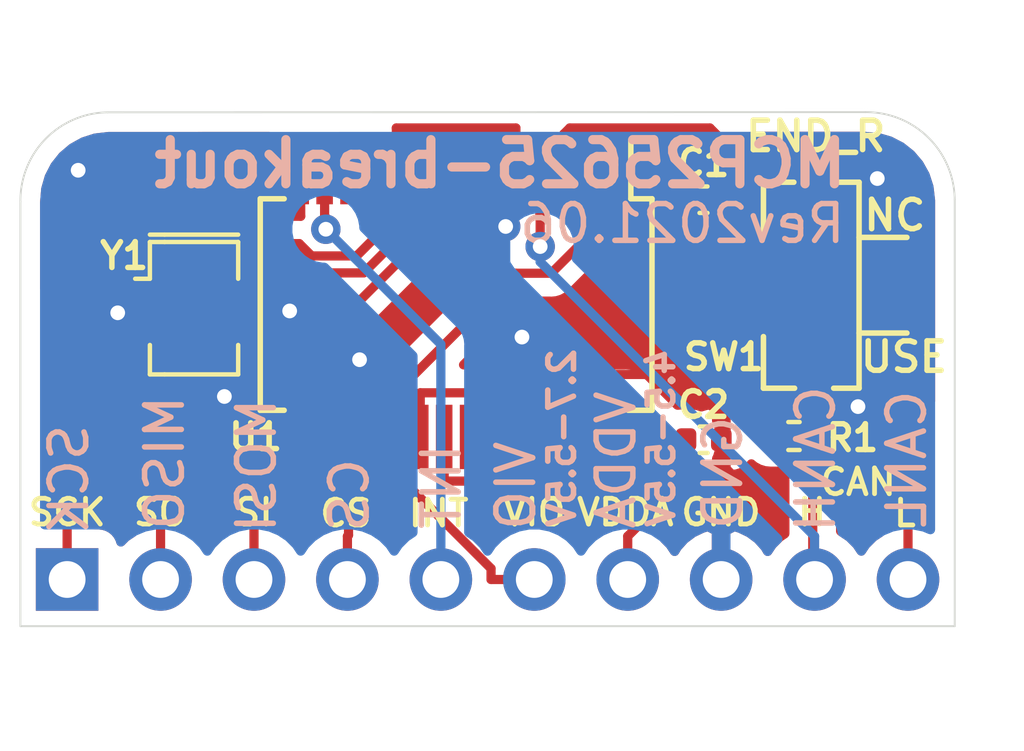
<source format=kicad_pcb>
(kicad_pcb (version 20171130) (host pcbnew 5.1.10-88a1d61d58~88~ubuntu20.04.1)

  (general
    (thickness 1.6)
    (drawings 34)
    (tracks 113)
    (zones 0)
    (modules 7)
    (nets 26)
  )

  (page A4)
  (layers
    (0 F.Cu signal)
    (31 B.Cu signal)
    (32 B.Adhes user)
    (33 F.Adhes user)
    (34 B.Paste user)
    (35 F.Paste user)
    (36 B.SilkS user)
    (37 F.SilkS user)
    (38 B.Mask user)
    (39 F.Mask user)
    (40 Dwgs.User user)
    (41 Cmts.User user)
    (42 Eco1.User user)
    (43 Eco2.User user)
    (44 Edge.Cuts user)
    (45 Margin user)
    (46 B.CrtYd user)
    (47 F.CrtYd user)
    (48 B.Fab user)
    (49 F.Fab user)
  )

  (setup
    (last_trace_width 0.25)
    (trace_clearance 0.2)
    (zone_clearance 0.508)
    (zone_45_only no)
    (trace_min 0.2)
    (via_size 0.8)
    (via_drill 0.4)
    (via_min_size 0.4)
    (via_min_drill 0.3)
    (uvia_size 0.3)
    (uvia_drill 0.1)
    (uvias_allowed no)
    (uvia_min_size 0.2)
    (uvia_min_drill 0.1)
    (edge_width 0.05)
    (segment_width 0.2)
    (pcb_text_width 0.3)
    (pcb_text_size 1.5 1.5)
    (mod_edge_width 0.12)
    (mod_text_size 1 1)
    (mod_text_width 0.15)
    (pad_size 1.524 1.524)
    (pad_drill 0.762)
    (pad_to_mask_clearance 0)
    (aux_axis_origin 0 0)
    (visible_elements FFFFFF7F)
    (pcbplotparams
      (layerselection 0x010fc_ffffffff)
      (usegerberextensions false)
      (usegerberattributes true)
      (usegerberadvancedattributes true)
      (creategerberjobfile true)
      (excludeedgelayer true)
      (linewidth 0.100000)
      (plotframeref false)
      (viasonmask false)
      (mode 1)
      (useauxorigin false)
      (hpglpennumber 1)
      (hpglpenspeed 20)
      (hpglpendiameter 15.000000)
      (psnegative false)
      (psa4output false)
      (plotreference true)
      (plotvalue true)
      (plotinvisibletext false)
      (padsonsilk false)
      (subtractmaskfromsilk false)
      (outputformat 1)
      (mirror false)
      (drillshape 1)
      (scaleselection 1)
      (outputdirectory ""))
  )

  (net 0 "")
  (net 1 GND)
  (net 2 /V_IO)
  (net 3 /V_DDA)
  (net 4 /CANL)
  (net 5 /CANH)
  (net 6 /INT)
  (net 7 /CS)
  (net 8 /SI)
  (net 9 /SO)
  (net 10 /SCK)
  (net 11 "Net-(U1-Pad21)")
  (net 12 "Net-(U1-Pad25)")
  (net 13 "Net-(U1-Pad20)")
  (net 14 "Net-(U1-Pad23)")
  (net 15 "Net-(U1-Pad22)")
  (net 16 "Net-(U1-Pad18)")
  (net 17 "Net-(U1-Pad12)")
  (net 18 "Net-(U1-Pad11)")
  (net 19 "Net-(U1-Pad9)")
  (net 20 "Net-(U1-Pad8)")
  (net 21 "Net-(U1-Pad7)")
  (net 22 "Net-(U1-Pad6)")
  (net 23 "Net-(U1-Pad2)")
  (net 24 "Net-(R1-Pad2)")
  (net 25 "Net-(SW1-Pad3)")

  (net_class Default "This is the default net class."
    (clearance 0.2)
    (trace_width 0.25)
    (via_dia 0.8)
    (via_drill 0.4)
    (uvia_dia 0.3)
    (uvia_drill 0.1)
    (add_net /CANH)
    (add_net /CANL)
    (add_net /CS)
    (add_net /INT)
    (add_net /SCK)
    (add_net /SI)
    (add_net /SO)
    (add_net /V_DDA)
    (add_net /V_IO)
    (add_net GND)
    (add_net "Net-(R1-Pad2)")
    (add_net "Net-(SW1-Pad3)")
    (add_net "Net-(U1-Pad11)")
    (add_net "Net-(U1-Pad12)")
    (add_net "Net-(U1-Pad18)")
    (add_net "Net-(U1-Pad2)")
    (add_net "Net-(U1-Pad20)")
    (add_net "Net-(U1-Pad21)")
    (add_net "Net-(U1-Pad22)")
    (add_net "Net-(U1-Pad23)")
    (add_net "Net-(U1-Pad25)")
    (add_net "Net-(U1-Pad6)")
    (add_net "Net-(U1-Pad7)")
    (add_net "Net-(U1-Pad8)")
    (add_net "Net-(U1-Pad9)")
  )

  (module my-kicad-footprints:slide_switch_smd (layer F.Cu) (tedit 60BCCE93) (tstamp 60BD2C03)
    (at 158.3 76 90)
    (descr https://akizukidenshi.com/download/ds/alps/ssaj120100.pdf)
    (path /60BD7C69)
    (fp_text reference SW1 (at -1.95 -2.45 180) (layer F.SilkS)
      (effects (font (size 0.7 0.7) (thickness 0.15)))
    )
    (fp_text value SW_Slide_with_cover (at 0.08128 -4.31292 90) (layer F.Fab)
      (effects (font (size 1 1) (thickness 0.15)))
    )
    (fp_line (start -1.3 1.23) (end -1.3 2.53) (layer F.SilkS) (width 0.15))
    (fp_line (start 1.3 1.23) (end 1.3 2.53) (layer F.SilkS) (width 0.15))
    (fp_line (start -2.8 -1.37) (end -1.397 -1.37) (layer F.SilkS) (width 0.15))
    (fp_line (start 2.8 -0.54356) (end 2.8 -1.37) (layer F.SilkS) (width 0.15))
    (fp_line (start -2.8 1.23) (end 2.8 1.23) (layer F.SilkS) (width 0.15))
    (fp_line (start -2.8 -1.37) (end -2.8 -0.52324) (layer F.SilkS) (width 0.15))
    (fp_line (start 2.8 -1.37) (end 1.40208 -1.37) (layer F.SilkS) (width 0.15))
    (fp_line (start -2.75 1.18) (end 2.75 1.18) (layer F.Fab) (width 0.12))
    (fp_line (start -2.75 -1.32) (end -2.75 1.18) (layer F.Fab) (width 0.12))
    (fp_line (start 2.75 -1.32) (end -2.75 -1.32) (layer F.Fab) (width 0.12))
    (fp_line (start 2.75 1.18) (end 2.75 -1.32) (layer F.Fab) (width 0.12))
    (fp_line (start -2.8 1.23) (end -2.8 0.53848) (layer F.SilkS) (width 0.15))
    (fp_line (start 2.8 1.23) (end 2.8 0.53848) (layer F.SilkS) (width 0.15))
    (pad 3 smd roundrect (at 1 -1.355 90) (size 0.6 0.51) (layers F.Cu F.Paste F.Mask) (roundrect_rratio 0.25)
      (net 25 "Net-(SW1-Pad3)"))
    (pad 2 smd roundrect (at 0 -1.355 90) (size 0.6 0.51) (layers F.Cu F.Paste F.Mask) (roundrect_rratio 0.25)
      (net 4 /CANL))
    (pad 1 smd roundrect (at -1 -1.355 90) (size 0.6 0.51) (layers F.Cu F.Paste F.Mask) (roundrect_rratio 0.25)
      (net 24 "Net-(R1-Pad2)"))
    (pad 4 smd roundrect (at 3 0 90) (size 0.7 0.9) (layers F.Cu F.Paste F.Mask) (roundrect_rratio 0.25)
      (net 1 GND))
    (pad 4 smd roundrect (at -3 0 90) (size 0.7 0.9) (layers F.Cu F.Paste F.Mask) (roundrect_rratio 0.25)
      (net 1 GND))
  )

  (module my-kicad-footprints:Resonator_SMD_Murata_CSTxExxV-3Pin_3.0x1.1mm_narrow (layer F.Cu) (tedit 60BCC2D2) (tstamp 60A41FD3)
    (at 141.45 76.625 270)
    (descr "SMD Resomator/Filter Murata CSTCE, https://www.murata.com/en-eu/products/productdata/8801162264606/SPEC-CSTNE16M0VH3C000R0.pdf")
    (tags "SMD SMT ceramic resonator filter")
    (path /6096B95F)
    (attr smd)
    (fp_text reference Y1 (at -1.425 1.9 180) (layer F.SilkS)
      (effects (font (size 0.7 0.7) (thickness 0.15)))
    )
    (fp_text value Resonator (at 0 1.8 90) (layer F.Fab)
      (effects (font (size 0.2 0.2) (thickness 0.03)))
    )
    (fp_text user %R (at 0.1 -0.05 90) (layer F.Fab)
      (effects (font (size 0.6 0.6) (thickness 0.08)))
    )
    (fp_line (start -1.75 1.2) (end -1.75 -1.2) (layer F.CrtYd) (width 0.05))
    (fp_line (start 1.75 -1.2) (end 1.75 1.2) (layer F.CrtYd) (width 0.05))
    (fp_line (start -1.75 -1.2) (end 1.75 -1.2) (layer F.CrtYd) (width 0.05))
    (fp_line (start 1.75 1.2) (end -1.75 1.2) (layer F.CrtYd) (width 0.05))
    (fp_line (start -1.5 0.3) (end -1.5 -0.8) (layer F.Fab) (width 0.1))
    (fp_line (start -1 0.8) (end 1.5 0.8) (layer F.Fab) (width 0.1))
    (fp_line (start -1 0.8) (end -1.5 0.3) (layer F.Fab) (width 0.1))
    (fp_line (start 1.5 -0.8) (end -1.5 -0.8) (layer F.Fab) (width 0.1))
    (fp_line (start 1.5 0.8) (end 1.5 -0.8) (layer F.Fab) (width 0.1))
    (fp_line (start -2 0.8) (end -2 1.2) (layer F.SilkS) (width 0.12))
    (fp_line (start -1.8 0.8) (end -1.8 1.2) (layer F.SilkS) (width 0.12))
    (fp_line (start 1.8 0.8) (end 1.8 1.2) (layer F.SilkS) (width 0.12))
    (fp_line (start -2 -1.2) (end -2 0.8) (layer F.SilkS) (width 0.12))
    (fp_line (start -0.8 1.2) (end -0.8 1.6) (layer F.SilkS) (width 0.12))
    (fp_line (start -0.8 1.2) (end -1.8 1.2) (layer F.SilkS) (width 0.12))
    (fp_line (start -1.8 0.8) (end -1.8 -1.2) (layer F.SilkS) (width 0.12))
    (fp_line (start -1.8 -1.2) (end -0.8 -1.2) (layer F.SilkS) (width 0.12))
    (fp_line (start 1 -1.2) (end 1.8 -1.2) (layer F.SilkS) (width 0.12))
    (fp_line (start 1.8 -1.2) (end 1.8 0.8) (layer F.SilkS) (width 0.12))
    (fp_line (start 1.8 1.2) (end 1 1.2) (layer F.SilkS) (width 0.12))
    (pad 3 smd rect (at 1.1 0 270) (size 0.5 1.9) (layers F.Cu F.Paste F.Mask)
      (net 20 "Net-(U1-Pad8)"))
    (pad 2 smd rect (at 0 0 270) (size 0.4 1.9) (layers F.Cu F.Paste F.Mask)
      (net 1 GND))
    (pad 1 smd rect (at -1.1 0 270) (size 0.5 1.9) (layers F.Cu F.Paste F.Mask)
      (net 19 "Net-(U1-Pad9)"))
    (model ${KISYS3DMOD}/Crystal.3dshapes/Resonator_SMD_Murata_CSTxExxV-3Pin_3.0x1.1mm.wrl
      (at (xyz 0 0 0))
      (scale (xyz 1 1 1))
      (rotate (xyz 0 0 0))
    )
  )

  (module my-kicad-footprints:PinHeader_1x10_P2.54mm_Vertical_witout_silk (layer F.Cu) (tedit 60A3CD4C) (tstamp 60A41F75)
    (at 138 84 90)
    (descr "Through hole straight pin header, 1x08, 2.54mm pitch, single row")
    (tags "Through hole pin header THT 1x08 2.54mm single row")
    (path /60A42D68)
    (fp_text reference J1 (at 0 -2.33 90) (layer F.SilkS) hide
      (effects (font (size 1 1) (thickness 0.15)))
    )
    (fp_text value Conn_01x10 (at 0 25.19 90) (layer F.Fab)
      (effects (font (size 1 1) (thickness 0.15)))
    )
    (fp_line (start 1.8 -1.8) (end -1.8 -1.8) (layer F.CrtYd) (width 0.05))
    (fp_line (start 1.8 24.63) (end 1.8 -1.8) (layer F.CrtYd) (width 0.05))
    (fp_line (start -1.8 24.63) (end 1.8 24.63) (layer F.CrtYd) (width 0.05))
    (fp_line (start -1.8 -1.8) (end -1.8 24.63) (layer F.CrtYd) (width 0.05))
    (fp_line (start -1.27 -0.635) (end -0.635 -1.27) (layer F.Fab) (width 0.1))
    (fp_line (start -1.27 24.13) (end -1.27 -0.635) (layer F.Fab) (width 0.1))
    (fp_line (start 1.27 24.13) (end -1.27 24.13) (layer F.Fab) (width 0.1))
    (fp_line (start 1.27 -1.27) (end 1.27 24.13) (layer F.Fab) (width 0.1))
    (fp_line (start -0.635 -1.27) (end 1.27 -1.27) (layer F.Fab) (width 0.1))
    (fp_text user %R (at 0 8.89) (layer F.Fab)
      (effects (font (size 1 1) (thickness 0.15)))
    )
    (pad 10 thru_hole oval (at 0 22.86 90) (size 1.7 1.7) (drill 1) (layers *.Cu *.Mask)
      (net 4 /CANL))
    (pad 9 thru_hole oval (at 0 20.32 90) (size 1.7 1.7) (drill 1) (layers *.Cu *.Mask)
      (net 5 /CANH))
    (pad 8 thru_hole oval (at 0 17.78 90) (size 1.7 1.7) (drill 1) (layers *.Cu *.Mask)
      (net 1 GND))
    (pad 7 thru_hole oval (at 0 15.24 90) (size 1.7 1.7) (drill 1) (layers *.Cu *.Mask)
      (net 3 /V_DDA))
    (pad 6 thru_hole oval (at 0 12.7 90) (size 1.7 1.7) (drill 1) (layers *.Cu *.Mask)
      (net 2 /V_IO))
    (pad 5 thru_hole oval (at 0 10.16 90) (size 1.7 1.7) (drill 1) (layers *.Cu *.Mask)
      (net 6 /INT))
    (pad 4 thru_hole oval (at 0 7.62 90) (size 1.7 1.7) (drill 1) (layers *.Cu *.Mask)
      (net 7 /CS))
    (pad 3 thru_hole oval (at 0 5.08 90) (size 1.7 1.7) (drill 1) (layers *.Cu *.Mask)
      (net 8 /SI))
    (pad 2 thru_hole oval (at 0 2.54 90) (size 1.7 1.7) (drill 1) (layers *.Cu *.Mask)
      (net 9 /SO))
    (pad 1 thru_hole rect (at 0 0 90) (size 1.7 1.7) (drill 1) (layers *.Cu *.Mask)
      (net 10 /SCK))
  )

  (module Package_SO:SSOP-28_5.3x10.2mm_P0.65mm (layer F.Cu) (tedit 5A02F25C) (tstamp 60A41FB7)
    (at 148.575 76.525 270)
    (descr "28-Lead Plastic Shrink Small Outline (SS)-5.30 mm Body [SSOP] (see Microchip Packaging Specification 00000049BS.pdf)")
    (tags "SSOP 0.65")
    (path /60968F8D)
    (attr smd)
    (fp_text reference U1 (at 3.6 5.45 180) (layer F.SilkS)
      (effects (font (size 0.7 0.7) (thickness 0.15)))
    )
    (fp_text value MCP25625-x-SS (at 0 6.25 90) (layer F.Fab)
      (effects (font (size 1 1) (thickness 0.15)))
    )
    (fp_line (start -2.875 -4.75) (end -4.475 -4.75) (layer F.SilkS) (width 0.15))
    (fp_line (start -2.875 5.325) (end 2.875 5.325) (layer F.SilkS) (width 0.15))
    (fp_line (start -2.875 -5.325) (end 2.875 -5.325) (layer F.SilkS) (width 0.15))
    (fp_line (start -2.875 5.325) (end -2.875 4.675) (layer F.SilkS) (width 0.15))
    (fp_line (start 2.875 5.325) (end 2.875 4.675) (layer F.SilkS) (width 0.15))
    (fp_line (start 2.875 -5.325) (end 2.875 -4.675) (layer F.SilkS) (width 0.15))
    (fp_line (start -2.875 -5.325) (end -2.875 -4.75) (layer F.SilkS) (width 0.15))
    (fp_line (start -4.75 5.5) (end 4.75 5.5) (layer F.CrtYd) (width 0.05))
    (fp_line (start -4.75 -5.5) (end 4.75 -5.5) (layer F.CrtYd) (width 0.05))
    (fp_line (start 4.75 -5.5) (end 4.75 5.5) (layer F.CrtYd) (width 0.05))
    (fp_line (start -4.75 -5.5) (end -4.75 5.5) (layer F.CrtYd) (width 0.05))
    (fp_line (start -2.65 -4.1) (end -1.65 -5.1) (layer F.Fab) (width 0.15))
    (fp_line (start -2.65 5.1) (end -2.65 -4.1) (layer F.Fab) (width 0.15))
    (fp_line (start 2.65 5.1) (end -2.65 5.1) (layer F.Fab) (width 0.15))
    (fp_line (start 2.65 -5.1) (end 2.65 5.1) (layer F.Fab) (width 0.15))
    (fp_line (start -1.65 -5.1) (end 2.65 -5.1) (layer F.Fab) (width 0.15))
    (fp_text user %R (at 0 0 90) (layer F.Fab)
      (effects (font (size 0.8 0.8) (thickness 0.15)))
    )
    (pad 28 smd rect (at 3.6 -4.225 270) (size 1.75 0.45) (layers F.Cu F.Paste F.Mask)
      (net 11 "Net-(U1-Pad21)"))
    (pad 27 smd rect (at 3.6 -3.575 270) (size 1.75 0.45) (layers F.Cu F.Paste F.Mask)
      (net 3 /V_DDA))
    (pad 26 smd rect (at 3.6 -2.925 270) (size 1.75 0.45) (layers F.Cu F.Paste F.Mask)
      (net 1 GND))
    (pad 25 smd rect (at 3.6 -2.275 270) (size 1.75 0.45) (layers F.Cu F.Paste F.Mask)
      (net 12 "Net-(U1-Pad25)"))
    (pad 24 smd rect (at 3.6 -1.625 270) (size 1.75 0.45) (layers F.Cu F.Paste F.Mask)
      (net 13 "Net-(U1-Pad20)"))
    (pad 23 smd rect (at 3.6 -0.975 270) (size 1.75 0.45) (layers F.Cu F.Paste F.Mask)
      (net 14 "Net-(U1-Pad23)"))
    (pad 22 smd rect (at 3.6 -0.325 270) (size 1.75 0.45) (layers F.Cu F.Paste F.Mask)
      (net 15 "Net-(U1-Pad22)"))
    (pad 21 smd rect (at 3.6 0.325 270) (size 1.75 0.45) (layers F.Cu F.Paste F.Mask)
      (net 11 "Net-(U1-Pad21)"))
    (pad 20 smd rect (at 3.6 0.975 270) (size 1.75 0.45) (layers F.Cu F.Paste F.Mask)
      (net 13 "Net-(U1-Pad20)"))
    (pad 19 smd rect (at 3.6 1.625 270) (size 1.75 0.45) (layers F.Cu F.Paste F.Mask)
      (net 2 /V_IO))
    (pad 18 smd rect (at 3.6 2.275 270) (size 1.75 0.45) (layers F.Cu F.Paste F.Mask)
      (net 16 "Net-(U1-Pad18)"))
    (pad 17 smd rect (at 3.6 2.925 270) (size 1.75 0.45) (layers F.Cu F.Paste F.Mask)
      (net 7 /CS))
    (pad 16 smd rect (at 3.6 3.575 270) (size 1.75 0.45) (layers F.Cu F.Paste F.Mask)
      (net 9 /SO))
    (pad 15 smd rect (at 3.6 4.225 270) (size 1.75 0.45) (layers F.Cu F.Paste F.Mask)
      (net 8 /SI))
    (pad 14 smd rect (at -3.6 4.225 270) (size 1.75 0.45) (layers F.Cu F.Paste F.Mask)
      (net 10 /SCK))
    (pad 13 smd rect (at -3.6 3.575 270) (size 1.75 0.45) (layers F.Cu F.Paste F.Mask)
      (net 6 /INT))
    (pad 12 smd rect (at -3.6 2.925 270) (size 1.75 0.45) (layers F.Cu F.Paste F.Mask)
      (net 17 "Net-(U1-Pad12)"))
    (pad 11 smd rect (at -3.6 2.275 270) (size 1.75 0.45) (layers F.Cu F.Paste F.Mask)
      (net 18 "Net-(U1-Pad11)"))
    (pad 10 smd rect (at -3.6 1.625 270) (size 1.75 0.45) (layers F.Cu F.Paste F.Mask)
      (net 1 GND))
    (pad 9 smd rect (at -3.6 0.975 270) (size 1.75 0.45) (layers F.Cu F.Paste F.Mask)
      (net 19 "Net-(U1-Pad9)"))
    (pad 8 smd rect (at -3.6 0.325 270) (size 1.75 0.45) (layers F.Cu F.Paste F.Mask)
      (net 20 "Net-(U1-Pad8)"))
    (pad 7 smd rect (at -3.6 -0.325 270) (size 1.75 0.45) (layers F.Cu F.Paste F.Mask)
      (net 21 "Net-(U1-Pad7)"))
    (pad 6 smd rect (at -3.6 -0.975 270) (size 1.75 0.45) (layers F.Cu F.Paste F.Mask)
      (net 22 "Net-(U1-Pad6)"))
    (pad 5 smd rect (at -3.6 -1.625 270) (size 1.75 0.45) (layers F.Cu F.Paste F.Mask)
      (net 1 GND))
    (pad 4 smd rect (at -3.6 -2.275 270) (size 1.75 0.45) (layers F.Cu F.Paste F.Mask)
      (net 5 /CANH))
    (pad 3 smd rect (at -3.6 -2.925 270) (size 1.75 0.45) (layers F.Cu F.Paste F.Mask)
      (net 4 /CANL))
    (pad 2 smd rect (at -3.6 -3.575 270) (size 1.75 0.45) (layers F.Cu F.Paste F.Mask)
      (net 23 "Net-(U1-Pad2)"))
    (pad 1 smd rect (at -3.6 -4.225 270) (size 1.75 0.45) (layers F.Cu F.Paste F.Mask)
      (net 2 /V_IO))
    (model ${KISYS3DMOD}/Package_SO.3dshapes/SSOP-28_5.3x10.2mm_P0.65mm.wrl
      (at (xyz 0 0 0))
      (scale (xyz 1 1 1))
      (rotate (xyz 0 0 0))
    )
  )

  (module Resistor_SMD:R_0402_1005Metric (layer F.Cu) (tedit 5F68FEEE) (tstamp 60A41F86)
    (at 157.76 80.1 180)
    (descr "Resistor SMD 0402 (1005 Metric), square (rectangular) end terminal, IPC_7351 nominal, (Body size source: IPC-SM-782 page 72, https://www.pcb-3d.com/wordpress/wp-content/uploads/ipc-sm-782a_amendment_1_and_2.pdf), generated with kicad-footprint-generator")
    (tags resistor)
    (path /6097B02F)
    (attr smd)
    (fp_text reference R1 (at -1.59 -0.05) (layer F.SilkS)
      (effects (font (size 0.7 0.7) (thickness 0.15)))
    )
    (fp_text value 120 (at 0 1.17) (layer F.Fab)
      (effects (font (size 1 1) (thickness 0.15)))
    )
    (fp_line (start 0.93 0.47) (end -0.93 0.47) (layer F.CrtYd) (width 0.05))
    (fp_line (start 0.93 -0.47) (end 0.93 0.47) (layer F.CrtYd) (width 0.05))
    (fp_line (start -0.93 -0.47) (end 0.93 -0.47) (layer F.CrtYd) (width 0.05))
    (fp_line (start -0.93 0.47) (end -0.93 -0.47) (layer F.CrtYd) (width 0.05))
    (fp_line (start -0.153641 0.38) (end 0.153641 0.38) (layer F.SilkS) (width 0.12))
    (fp_line (start -0.153641 -0.38) (end 0.153641 -0.38) (layer F.SilkS) (width 0.12))
    (fp_line (start 0.525 0.27) (end -0.525 0.27) (layer F.Fab) (width 0.1))
    (fp_line (start 0.525 -0.27) (end 0.525 0.27) (layer F.Fab) (width 0.1))
    (fp_line (start -0.525 -0.27) (end 0.525 -0.27) (layer F.Fab) (width 0.1))
    (fp_line (start -0.525 0.27) (end -0.525 -0.27) (layer F.Fab) (width 0.1))
    (fp_text user %R (at 0 0) (layer F.Fab)
      (effects (font (size 0.26 0.26) (thickness 0.04)))
    )
    (pad 2 smd roundrect (at 0.51 0 180) (size 0.54 0.64) (layers F.Cu F.Paste F.Mask) (roundrect_rratio 0.25)
      (net 24 "Net-(R1-Pad2)"))
    (pad 1 smd roundrect (at -0.51 0 180) (size 0.54 0.64) (layers F.Cu F.Paste F.Mask) (roundrect_rratio 0.25)
      (net 5 /CANH))
    (model ${KISYS3DMOD}/Resistor_SMD.3dshapes/R_0402_1005Metric.wrl
      (at (xyz 0 0 0))
      (scale (xyz 1 1 1))
      (rotate (xyz 0 0 0))
    )
  )

  (module Capacitor_SMD:C_0402_1005Metric (layer F.Cu) (tedit 5F68FEEE) (tstamp 60A41F57)
    (at 155.305 80.2)
    (descr "Capacitor SMD 0402 (1005 Metric), square (rectangular) end terminal, IPC_7351 nominal, (Body size source: IPC-SM-782 page 76, https://www.pcb-3d.com/wordpress/wp-content/uploads/ipc-sm-782a_amendment_1_and_2.pdf), generated with kicad-footprint-generator")
    (tags capacitor)
    (path /6096D834)
    (attr smd)
    (fp_text reference C2 (at -0.005 -0.95) (layer F.SilkS)
      (effects (font (size 0.7 0.7) (thickness 0.15)))
    )
    (fp_text value 0.1u (at 0 1.16) (layer F.Fab)
      (effects (font (size 1 1) (thickness 0.15)))
    )
    (fp_line (start 0.91 0.46) (end -0.91 0.46) (layer F.CrtYd) (width 0.05))
    (fp_line (start 0.91 -0.46) (end 0.91 0.46) (layer F.CrtYd) (width 0.05))
    (fp_line (start -0.91 -0.46) (end 0.91 -0.46) (layer F.CrtYd) (width 0.05))
    (fp_line (start -0.91 0.46) (end -0.91 -0.46) (layer F.CrtYd) (width 0.05))
    (fp_line (start -0.107836 0.36) (end 0.107836 0.36) (layer F.SilkS) (width 0.12))
    (fp_line (start -0.107836 -0.36) (end 0.107836 -0.36) (layer F.SilkS) (width 0.12))
    (fp_line (start 0.5 0.25) (end -0.5 0.25) (layer F.Fab) (width 0.1))
    (fp_line (start 0.5 -0.25) (end 0.5 0.25) (layer F.Fab) (width 0.1))
    (fp_line (start -0.5 -0.25) (end 0.5 -0.25) (layer F.Fab) (width 0.1))
    (fp_line (start -0.5 0.25) (end -0.5 -0.25) (layer F.Fab) (width 0.1))
    (fp_text user %R (at 0 0) (layer F.Fab)
      (effects (font (size 0.25 0.25) (thickness 0.04)))
    )
    (pad 2 smd roundrect (at 0.48 0) (size 0.56 0.62) (layers F.Cu F.Paste F.Mask) (roundrect_rratio 0.25)
      (net 1 GND))
    (pad 1 smd roundrect (at -0.48 0) (size 0.56 0.62) (layers F.Cu F.Paste F.Mask) (roundrect_rratio 0.25)
      (net 3 /V_DDA))
    (model ${KISYS3DMOD}/Capacitor_SMD.3dshapes/C_0402_1005Metric.wrl
      (at (xyz 0 0 0))
      (scale (xyz 1 1 1))
      (rotate (xyz 0 0 0))
    )
  )

  (module Capacitor_SMD:C_0402_1005Metric (layer F.Cu) (tedit 5F68FEEE) (tstamp 60A41F46)
    (at 155.3 73.675)
    (descr "Capacitor SMD 0402 (1005 Metric), square (rectangular) end terminal, IPC_7351 nominal, (Body size source: IPC-SM-782 page 76, https://www.pcb-3d.com/wordpress/wp-content/uploads/ipc-sm-782a_amendment_1_and_2.pdf), generated with kicad-footprint-generator")
    (tags capacitor)
    (path /6096DBC0)
    (attr smd)
    (fp_text reference C1 (at 0 -1) (layer F.SilkS)
      (effects (font (size 0.7 0.7) (thickness 0.15)))
    )
    (fp_text value 0.1u (at 0 1.16) (layer F.Fab)
      (effects (font (size 1 1) (thickness 0.15)))
    )
    (fp_line (start 0.91 0.46) (end -0.91 0.46) (layer F.CrtYd) (width 0.05))
    (fp_line (start 0.91 -0.46) (end 0.91 0.46) (layer F.CrtYd) (width 0.05))
    (fp_line (start -0.91 -0.46) (end 0.91 -0.46) (layer F.CrtYd) (width 0.05))
    (fp_line (start -0.91 0.46) (end -0.91 -0.46) (layer F.CrtYd) (width 0.05))
    (fp_line (start -0.107836 0.36) (end 0.107836 0.36) (layer F.SilkS) (width 0.12))
    (fp_line (start -0.107836 -0.36) (end 0.107836 -0.36) (layer F.SilkS) (width 0.12))
    (fp_line (start 0.5 0.25) (end -0.5 0.25) (layer F.Fab) (width 0.1))
    (fp_line (start 0.5 -0.25) (end 0.5 0.25) (layer F.Fab) (width 0.1))
    (fp_line (start -0.5 -0.25) (end 0.5 -0.25) (layer F.Fab) (width 0.1))
    (fp_line (start -0.5 0.25) (end -0.5 -0.25) (layer F.Fab) (width 0.1))
    (fp_text user %R (at 0 0) (layer F.Fab)
      (effects (font (size 0.25 0.25) (thickness 0.04)))
    )
    (pad 2 smd roundrect (at 0.48 0) (size 0.56 0.62) (layers F.Cu F.Paste F.Mask) (roundrect_rratio 0.25)
      (net 1 GND))
    (pad 1 smd roundrect (at -0.48 0) (size 0.56 0.62) (layers F.Cu F.Paste F.Mask) (roundrect_rratio 0.25)
      (net 2 /V_IO))
    (model ${KISYS3DMOD}/Capacitor_SMD.3dshapes/C_0402_1005Metric.wrl
      (at (xyz 0 0 0))
      (scale (xyz 1 1 1))
      (rotate (xyz 0 0 0))
    )
  )

  (gr_text USE (at 160.75 77.95) (layer F.SilkS) (tstamp 60BD2EDE)
    (effects (font (size 0.8 0.8) (thickness 0.15)))
  )
  (gr_text NC (at 160.5 74.1) (layer F.SilkS) (tstamp 60BD2EDA)
    (effects (font (size 0.8 0.8) (thickness 0.15)))
  )
  (gr_text 2.7-5.5V (at 151.45 80.15 90) (layer B.SilkS) (tstamp 60A432DE)
    (effects (font (size 0.7 0.7) (thickness 0.15)) (justify mirror))
  )
  (gr_text 4.5-5.5V (at 154.15 80.15 90) (layer B.SilkS) (tstamp 60A432B6)
    (effects (font (size 0.7 0.7) (thickness 0.15)) (justify mirror))
  )
  (gr_text CANL (at 160.825 80.725 90) (layer B.SilkS) (tstamp 60A432B6)
    (effects (font (size 1 1) (thickness 0.15)) (justify mirror))
  )
  (gr_text CANH (at 158.35 80.725 90) (layer B.SilkS) (tstamp 60A432B6)
    (effects (font (size 1 1) (thickness 0.15)) (justify mirror))
  )
  (gr_text GND (at 155.825 81.1 90) (layer B.SilkS) (tstamp 60A432B6)
    (effects (font (size 1 1) (thickness 0.15)) (justify mirror))
  )
  (gr_text VDDA (at 152.925 80.75 90) (layer B.SilkS) (tstamp 60A432B6)
    (effects (font (size 1 1) (thickness 0.15)) (justify mirror))
  )
  (gr_text VIO (at 150.2 81.45 90) (layer B.SilkS) (tstamp 60A432B6)
    (effects (font (size 1 1) (thickness 0.15)) (justify mirror))
  )
  (gr_text INT (at 148.175 81.475 90) (layer B.SilkS) (tstamp 60A432B6)
    (effects (font (size 1 1) (thickness 0.15)) (justify mirror))
  )
  (gr_text CS (at 145.675 81.7 90) (layer B.SilkS) (tstamp 60A432B6)
    (effects (font (size 1 1) (thickness 0.15)) (justify mirror))
  )
  (gr_text MOSI (at 143.15 80.9 90) (layer B.SilkS) (tstamp 60A432B6)
    (effects (font (size 1 1) (thickness 0.15)) (justify mirror))
  )
  (gr_text MISO (at 140.65 80.825 90) (layer B.SilkS) (tstamp 60A432B6)
    (effects (font (size 1 1) (thickness 0.15)) (justify mirror))
  )
  (gr_text SCK (at 138.05 81.275 90) (layer B.SilkS) (tstamp 60A432AE)
    (effects (font (size 1 1) (thickness 0.15)) (justify mirror))
  )
  (gr_text Rev2021.06 (at 154.725 74.325) (layer B.SilkS) (tstamp 60A432A5)
    (effects (font (size 1 1) (thickness 0.15)) (justify mirror))
  )
  (gr_text MCP25625-breakout (at 149.775 72.7) (layer B.SilkS)
    (effects (font (size 1.2 1.2) (thickness 0.25)) (justify mirror))
  )
  (gr_arc (start 159.725 73.7) (end 162.13 73.67) (angle -90) (layer Edge.Cuts) (width 0.05) (tstamp 60A4327C))
  (gr_arc (start 139.13 73.7) (end 139.1 71.3) (angle -90) (layer Edge.Cuts) (width 0.05))
  (gr_text CAN (at 159.5 81.35) (layer F.SilkS) (tstamp 60A4313B)
    (effects (font (size 0.7 0.7) (thickness 0.13)))
  )
  (gr_text L (at 160.775 82.2) (layer F.SilkS) (tstamp 60A4313B)
    (effects (font (size 0.7 0.7) (thickness 0.13)))
  )
  (gr_text H (at 158.25 82.175) (layer F.SilkS) (tstamp 60A4313B)
    (effects (font (size 0.7 0.7) (thickness 0.13)))
  )
  (gr_text GND (at 155.775 82.175) (layer F.SilkS) (tstamp 60A4313B)
    (effects (font (size 0.7 0.7) (thickness 0.13)))
  )
  (gr_text VDDA (at 153.175 82.175) (layer F.SilkS) (tstamp 60A4313B)
    (effects (font (size 0.7 0.7) (thickness 0.13)))
  )
  (gr_text VIO (at 150.7 82.175) (layer F.SilkS) (tstamp 60A4313B)
    (effects (font (size 0.7 0.7) (thickness 0.13)))
  )
  (gr_text INT (at 148.1 82.2) (layer F.SilkS) (tstamp 60A4313B)
    (effects (font (size 0.7 0.7) (thickness 0.13)))
  )
  (gr_text CS (at 145.575 82.2) (layer F.SilkS) (tstamp 60A4313B)
    (effects (font (size 0.7 0.7) (thickness 0.13)))
  )
  (gr_text SI (at 143.075 82.175) (layer F.SilkS) (tstamp 60A4313B)
    (effects (font (size 0.7 0.7) (thickness 0.13)))
  )
  (gr_text SO (at 140.525 82.175) (layer F.SilkS) (tstamp 60A4313B)
    (effects (font (size 0.7 0.7) (thickness 0.13)))
  )
  (gr_text SCK (at 138 82.175) (layer F.SilkS)
    (effects (font (size 0.7 0.7) (thickness 0.13)))
  )
  (gr_text END_R (at 158.35 71.95) (layer F.SilkS)
    (effects (font (size 0.8 0.8) (thickness 0.15)))
  )
  (gr_line (start 136.73 73.725) (end 136.73 85.27) (layer Edge.Cuts) (width 0.05) (tstamp 60A42B52))
  (gr_line (start 159.695 71.295) (end 139.1 71.3) (layer Edge.Cuts) (width 0.05))
  (gr_line (start 162.13 85.27) (end 162.13 73.67) (layer Edge.Cuts) (width 0.05))
  (gr_line (start 136.73 85.27) (end 162.13 85.27) (layer Edge.Cuts) (width 0.05))

  (segment (start 155.78 78.4266) (end 151.963 78.4266) (width 0.25) (layer F.Cu) (net 1))
  (segment (start 151.963 78.4266) (end 151.5 78.8896) (width 0.25) (layer F.Cu) (net 1))
  (segment (start 151.5 78.8896) (end 151.5 80.125) (width 0.25) (layer F.Cu) (net 1))
  (segment (start 155.785 80.2) (end 155.785 78.4316) (width 0.25) (layer F.Cu) (net 1))
  (segment (start 155.785 78.4316) (end 155.78 78.4266) (width 0.25) (layer F.Cu) (net 1))
  (segment (start 155.78 73.675) (end 155.78 78.4266) (width 0.25) (layer F.Cu) (net 1))
  (segment (start 155.78 84) (end 155.78 82.8247) (width 0.25) (layer B.Cu) (net 1))
  (segment (start 149.9222 74.4031) (end 150.2 74.1253) (width 0.25) (layer F.Cu) (net 1))
  (segment (start 155.78 82.8247) (end 150.36515 77.40985) (width 0.25) (layer B.Cu) (net 1))
  (segment (start 149.9222 76.9669) (end 149.9222 74.4031) (width 0.25) (layer B.Cu) (net 1))
  (segment (start 150.2 72.925) (end 150.2 74.1253) (width 0.25) (layer F.Cu) (net 1))
  (segment (start 146.95 72.925) (end 146.95 71.7247) (width 0.25) (layer F.Cu) (net 1))
  (segment (start 150.2 72.925) (end 150.2 71.7247) (width 0.25) (layer F.Cu) (net 1))
  (segment (start 150.2 71.7247) (end 146.95 71.7247) (width 0.25) (layer F.Cu) (net 1))
  (segment (start 141.45 76.625) (end 140.1747 76.625) (width 0.25) (layer F.Cu) (net 1))
  (segment (start 146.95 72.925) (end 146.95 74.1253) (width 0.25) (layer F.Cu) (net 1))
  (segment (start 146.95 74.1253) (end 145.8718 75.2035) (width 0.25) (layer F.Cu) (net 1))
  (segment (start 145.8718 75.2035) (end 144.6457 75.2035) (width 0.25) (layer F.Cu) (net 1))
  (segment (start 144.6457 75.2035) (end 144.3118 74.8696) (width 0.25) (layer F.Cu) (net 1))
  (segment (start 144.3118 74.8696) (end 140.3407 74.8696) (width 0.25) (layer F.Cu) (net 1))
  (segment (start 140.3407 74.8696) (end 140.1747 75.0356) (width 0.25) (layer F.Cu) (net 1))
  (segment (start 140.1747 75.0356) (end 140.1747 76.625) (width 0.25) (layer F.Cu) (net 1))
  (segment (start 155.78 84) (end 155.78 80.205) (width 0.25) (layer F.Cu) (net 1))
  (segment (start 155.78 80.205) (end 155.785 80.2) (width 0.25) (layer F.Cu) (net 1))
  (via (at 149.9222 74.4031) (size 0.8) (layers F.Cu B.Cu) (net 1))
  (via (at 160.025 73.1) (size 0.8) (drill 0.4) (layers F.Cu B.Cu) (net 1))
  (segment (start 150.36515 77.40985) (end 149.9222 76.9669) (width 0.25) (layer B.Cu) (net 1) (tstamp 60A43298))
  (via (at 150.36515 77.40985) (size 0.8) (drill 0.4) (layers F.Cu B.Cu) (net 1))
  (via (at 145.95 78.025) (size 0.8) (drill 0.4) (layers F.Cu B.Cu) (net 1))
  (via (at 139.375 76.75) (size 0.8) (drill 0.4) (layers F.Cu B.Cu) (net 1))
  (via (at 138.3 72.875) (size 0.8) (drill 0.4) (layers F.Cu B.Cu) (net 1))
  (via (at 142.275 79.025) (size 0.8) (drill 0.4) (layers F.Cu B.Cu) (net 1))
  (segment (start 159.2 79) (end 159.5 79.3) (width 0.25) (layer F.Cu) (net 1))
  (via (at 159.5 79.3) (size 0.8) (drill 0.4) (layers F.Cu B.Cu) (net 1))
  (segment (start 158.3 79) (end 159.2 79) (width 0.25) (layer F.Cu) (net 1))
  (via (at 144.05 76.7) (size 0.8) (drill 0.4) (layers F.Cu B.Cu) (net 1))
  (segment (start 143.975 76.625) (end 144.05 76.7) (width 0.25) (layer F.Cu) (net 1))
  (segment (start 141.45 76.625) (end 143.975 76.625) (width 0.25) (layer F.Cu) (net 1))
  (segment (start 146.95 80.125) (end 146.95 78.9179) (width 0.25) (layer F.Cu) (net 2))
  (segment (start 146.95 78.9179) (end 150.1934 75.6745) (width 0.25) (layer F.Cu) (net 2))
  (segment (start 150.1934 75.6745) (end 151.1609 75.6745) (width 0.25) (layer F.Cu) (net 2))
  (segment (start 151.1609 75.6745) (end 152.8 74.0354) (width 0.25) (layer F.Cu) (net 2))
  (segment (start 152.8 74.0354) (end 152.8 74.0127) (width 0.25) (layer F.Cu) (net 2))
  (segment (start 150.7 84) (end 149.5247 84) (width 0.25) (layer F.Cu) (net 2))
  (segment (start 146.95 80.125) (end 146.95 81.3253) (width 0.25) (layer F.Cu) (net 2))
  (segment (start 146.95 81.3253) (end 147.1476 81.3253) (width 0.25) (layer F.Cu) (net 2))
  (segment (start 147.1476 81.3253) (end 149.5247 83.7024) (width 0.25) (layer F.Cu) (net 2))
  (segment (start 149.5247 83.7024) (end 149.5247 84) (width 0.25) (layer F.Cu) (net 2))
  (segment (start 154.82 73.675) (end 154.4823 74.0127) (width 0.25) (layer F.Cu) (net 2))
  (segment (start 154.4823 74.0127) (end 152.8 74.0127) (width 0.25) (layer F.Cu) (net 2))
  (segment (start 152.8 72.925) (end 152.8 74.0127) (width 0.25) (layer F.Cu) (net 2))
  (segment (start 153.24 84) (end 153.24 82.8247) (width 0.25) (layer F.Cu) (net 3))
  (segment (start 154.1498 80.2) (end 154.1498 79.8921) (width 0.25) (layer F.Cu) (net 3))
  (segment (start 154.1498 79.8921) (end 153.1824 78.9247) (width 0.25) (layer F.Cu) (net 3))
  (segment (start 153.1824 78.9247) (end 152.15 78.9247) (width 0.25) (layer F.Cu) (net 3))
  (segment (start 153.24 82.8247) (end 154.1498 81.9149) (width 0.25) (layer F.Cu) (net 3))
  (segment (start 154.1498 81.9149) (end 154.1498 80.2) (width 0.25) (layer F.Cu) (net 3))
  (segment (start 154.825 80.2) (end 154.1498 80.2) (width 0.25) (layer F.Cu) (net 3))
  (segment (start 152.15 80.125) (end 152.15 78.9247) (width 0.25) (layer F.Cu) (net 3))
  (segment (start 151.664999 71.724999) (end 155.474999 71.724999) (width 0.25) (layer F.Cu) (net 4))
  (segment (start 151.5 71.889998) (end 151.664999 71.724999) (width 0.25) (layer F.Cu) (net 4))
  (segment (start 151.5 72.925) (end 151.5 71.889998) (width 0.25) (layer F.Cu) (net 4))
  (segment (start 155.474999 71.724999) (end 157.8 74.05) (width 0.25) (layer F.Cu) (net 4))
  (segment (start 157.8 75.145) (end 156.945 76) (width 0.25) (layer F.Cu) (net 4))
  (segment (start 157.8 74.05) (end 157.8 75.145) (width 0.25) (layer F.Cu) (net 4))
  (segment (start 156.945 76) (end 157.25 76) (width 0.25) (layer F.Cu) (net 4))
  (segment (start 160.86 79.61) (end 160.86 84) (width 0.25) (layer F.Cu) (net 4))
  (segment (start 157.25 76) (end 160.86 79.61) (width 0.25) (layer F.Cu) (net 4))
  (segment (start 158.32 84) (end 158.32 82.8247) (width 0.25) (layer B.Cu) (net 5))
  (segment (start 150.85 72.925) (end 150.85 74.1253) (width 0.25) (layer F.Cu) (net 5))
  (segment (start 150.8604 74.9492) (end 150.8604 74.1357) (width 0.25) (layer F.Cu) (net 5))
  (segment (start 150.8604 74.1357) (end 150.85 74.1253) (width 0.25) (layer F.Cu) (net 5))
  (segment (start 158.32 82.8247) (end 150.8604 75.3651) (width 0.25) (layer B.Cu) (net 5))
  (segment (start 150.8604 75.3651) (end 150.8604 74.9492) (width 0.25) (layer B.Cu) (net 5))
  (via (at 150.8604 74.9492) (size 0.8) (layers F.Cu B.Cu) (net 5))
  (segment (start 158.27 83.95) (end 158.32 84) (width 0.25) (layer F.Cu) (net 5))
  (segment (start 158.27 80.1) (end 158.27 83.95) (width 0.25) (layer F.Cu) (net 5))
  (segment (start 145.0331 74.4781) (end 145.0331 74.1584) (width 0.25) (layer F.Cu) (net 6))
  (segment (start 145.0331 74.1584) (end 145 74.1253) (width 0.25) (layer F.Cu) (net 6))
  (segment (start 148.16 84) (end 148.16 77.605) (width 0.25) (layer B.Cu) (net 6))
  (segment (start 148.16 77.605) (end 145.0331 74.4781) (width 0.25) (layer B.Cu) (net 6))
  (segment (start 145 72.925) (end 145 74.1253) (width 0.25) (layer F.Cu) (net 6))
  (via (at 145.0331 74.4781) (size 0.8) (layers F.Cu B.Cu) (net 6))
  (segment (start 145.62 84) (end 145.62 82.8247) (width 0.25) (layer F.Cu) (net 7))
  (segment (start 145.62 82.8247) (end 145.65 82.7947) (width 0.25) (layer F.Cu) (net 7))
  (segment (start 145.65 82.7947) (end 145.65 80.125) (width 0.25) (layer F.Cu) (net 7))
  (segment (start 144.35 80.125) (end 144.35 81.3253) (width 0.25) (layer F.Cu) (net 8))
  (segment (start 143.08 84) (end 143.08 82.5953) (width 0.25) (layer F.Cu) (net 8))
  (segment (start 143.08 82.5953) (end 144.35 81.3253) (width 0.25) (layer F.Cu) (net 8))
  (segment (start 145 80.125) (end 145 78.9247) (width 0.25) (layer F.Cu) (net 9))
  (segment (start 145 78.9247) (end 143.9741 78.9247) (width 0.25) (layer F.Cu) (net 9))
  (segment (start 143.9741 78.9247) (end 140.54 82.3588) (width 0.25) (layer F.Cu) (net 9))
  (segment (start 140.54 82.3588) (end 140.54 84) (width 0.25) (layer F.Cu) (net 9))
  (segment (start 144.35 72.925) (end 144.35 74.1253) (width 0.25) (layer F.Cu) (net 10))
  (segment (start 138 84) (end 138 76.5336) (width 0.25) (layer F.Cu) (net 10))
  (segment (start 138 76.5336) (end 140.4083 74.1253) (width 0.25) (layer F.Cu) (net 10))
  (segment (start 140.4083 74.1253) (end 144.35 74.1253) (width 0.25) (layer F.Cu) (net 10))
  (segment (start 152.8 80.125) (end 152.8 81.3253) (width 0.25) (layer F.Cu) (net 11))
  (segment (start 148.25 80.125) (end 148.25 81.3253) (width 0.25) (layer F.Cu) (net 11))
  (segment (start 148.25 81.3253) (end 152.8 81.3253) (width 0.25) (layer F.Cu) (net 11))
  (segment (start 150.2 80.125) (end 150.2 78.9247) (width 0.25) (layer F.Cu) (net 13))
  (segment (start 147.6 80.125) (end 147.6 78.9247) (width 0.25) (layer F.Cu) (net 13))
  (segment (start 147.6 78.9247) (end 150.2 78.9247) (width 0.25) (layer F.Cu) (net 13))
  (segment (start 142.7253 75.425) (end 142.9652 75.6649) (width 0.25) (layer F.Cu) (net 19))
  (segment (start 142.9652 75.6649) (end 146.0604 75.6649) (width 0.25) (layer F.Cu) (net 19))
  (segment (start 146.0604 75.6649) (end 147.6 74.1253) (width 0.25) (layer F.Cu) (net 19))
  (segment (start 141.45 75.425) (end 142.7253 75.425) (width 0.25) (layer F.Cu) (net 19))
  (segment (start 147.6 72.925) (end 147.6 74.1253) (width 0.25) (layer F.Cu) (net 19))
  (segment (start 141.45 77.825) (end 144.5503 77.825) (width 0.25) (layer F.Cu) (net 20))
  (segment (start 144.5503 77.825) (end 148.25 74.1253) (width 0.25) (layer F.Cu) (net 20))
  (segment (start 148.25 72.925) (end 148.25 74.1253) (width 0.25) (layer F.Cu) (net 20))
  (segment (start 156.945 79.795) (end 157.25 80.1) (width 0.25) (layer F.Cu) (net 24))
  (segment (start 156.945 77) (end 156.945 79.795) (width 0.25) (layer F.Cu) (net 24))

  (zone (net 1) (net_name GND) (layer F.Cu) (tstamp 0) (hatch edge 0.508)
    (connect_pads (clearance 0.508))
    (min_thickness 0.254)
    (fill yes (arc_segments 32) (thermal_gap 0.508) (thermal_bridge_width 0.508))
    (polygon
      (pts
        (xy 162.5 85.7) (xy 136.2 85.825) (xy 136.4 71.2) (xy 162.725 71.075)
      )
    )
    (filled_polygon
      (pts
        (xy 155.907 73.548) (xy 155.927 73.548) (xy 155.927 73.802) (xy 155.907 73.802) (xy 155.907 74.46125)
        (xy 156.06575 74.62) (xy 156.084739 74.618475) (xy 156.066638 74.678144) (xy 156.051928 74.8275) (xy 156.051928 75.1725)
        (xy 156.066638 75.321856) (xy 156.110204 75.465472) (xy 156.12866 75.5) (xy 156.110204 75.534528) (xy 156.066638 75.678144)
        (xy 156.051928 75.8275) (xy 156.051928 76.1725) (xy 156.066638 76.321856) (xy 156.110204 76.465472) (xy 156.12866 76.5)
        (xy 156.110204 76.534528) (xy 156.066638 76.678144) (xy 156.051928 76.8275) (xy 156.051928 77.1725) (xy 156.066638 77.321856)
        (xy 156.110204 77.465472) (xy 156.18095 77.597829) (xy 156.185 77.602764) (xy 156.185001 79.264175) (xy 156.07075 79.255)
        (xy 155.912 79.41375) (xy 155.912 80.073) (xy 155.932 80.073) (xy 155.932 80.327) (xy 155.912 80.327)
        (xy 155.912 80.98625) (xy 156.07075 81.145) (xy 156.192348 81.135235) (xy 156.311878 81.098377) (xy 156.421921 81.038908)
        (xy 156.518247 80.959113) (xy 156.597156 80.862059) (xy 156.599655 80.857331) (xy 156.685504 80.927786) (xy 156.819158 80.999225)
        (xy 156.964181 81.043218) (xy 157.115 81.058072) (xy 157.385 81.058072) (xy 157.51 81.045761) (xy 157.510001 82.75523)
        (xy 157.373368 82.846525) (xy 157.166525 83.053368) (xy 157.044805 83.235534) (xy 156.975178 83.118645) (xy 156.780269 82.902412)
        (xy 156.54692 82.728359) (xy 156.284099 82.603175) (xy 156.13689 82.558524) (xy 155.907 82.679845) (xy 155.907 83.873)
        (xy 155.927 83.873) (xy 155.927 84.127) (xy 155.907 84.127) (xy 155.907 84.147) (xy 155.653 84.147)
        (xy 155.653 84.127) (xy 155.633 84.127) (xy 155.633 83.873) (xy 155.653 83.873) (xy 155.653 82.679845)
        (xy 155.42311 82.558524) (xy 155.275901 82.603175) (xy 155.01308 82.728359) (xy 154.779731 82.902412) (xy 154.584822 83.118645)
        (xy 154.515195 83.235534) (xy 154.393475 83.053368) (xy 154.239805 82.899698) (xy 154.660809 82.478694) (xy 154.689801 82.454901)
        (xy 154.713595 82.425908) (xy 154.713599 82.425904) (xy 154.784773 82.339177) (xy 154.784774 82.339176) (xy 154.855346 82.207147)
        (xy 154.898803 82.063886) (xy 154.9098 81.952233) (xy 154.9098 81.952224) (xy 154.913476 81.914901) (xy 154.9098 81.877578)
        (xy 154.9098 81.148072) (xy 154.965 81.148072) (xy 155.116794 81.133122) (xy 155.248491 81.093172) (xy 155.258122 81.098377)
        (xy 155.377652 81.135235) (xy 155.49925 81.145) (xy 155.658 80.98625) (xy 155.658 80.716108) (xy 155.683845 80.667755)
        (xy 155.728122 80.521794) (xy 155.743072 80.37) (xy 155.743072 80.03) (xy 155.728122 79.878206) (xy 155.683845 79.732245)
        (xy 155.658 79.683892) (xy 155.658 79.41375) (xy 155.49925 79.255) (xy 155.377652 79.264765) (xy 155.258122 79.301623)
        (xy 155.248491 79.306828) (xy 155.116794 79.266878) (xy 154.965 79.251928) (xy 154.685 79.251928) (xy 154.593447 79.260945)
        (xy 153.746204 78.413702) (xy 153.722401 78.384699) (xy 153.606676 78.289726) (xy 153.474647 78.219154) (xy 153.331386 78.175697)
        (xy 153.219733 78.1647) (xy 153.219722 78.1647) (xy 153.1824 78.161024) (xy 153.145078 78.1647) (xy 152.187333 78.1647)
        (xy 152.15 78.161023) (xy 152.112667 78.1647) (xy 152.001014 78.175697) (xy 151.857753 78.219154) (xy 151.725724 78.289726)
        (xy 151.609999 78.384699) (xy 151.515026 78.500424) (xy 151.453783 78.615) (xy 151.372998 78.615) (xy 151.372998 78.689265)
        (xy 151.31918 78.660498) (xy 151.275497 78.647247) (xy 151.24325 78.615) (xy 151.177838 78.622056) (xy 151.075 78.611928)
        (xy 150.894575 78.611928) (xy 150.834974 78.500424) (xy 150.740001 78.384699) (xy 150.624276 78.289726) (xy 150.492247 78.219154)
        (xy 150.348986 78.175697) (xy 150.237333 78.1647) (xy 150.2 78.161023) (xy 150.162667 78.1647) (xy 148.778001 78.1647)
        (xy 150.508202 76.4345) (xy 151.123578 76.4345) (xy 151.1609 76.438176) (xy 151.198222 76.4345) (xy 151.198233 76.4345)
        (xy 151.309886 76.423503) (xy 151.453147 76.380046) (xy 151.585176 76.309474) (xy 151.700901 76.214501) (xy 151.724703 76.185498)
        (xy 153.137503 74.7727) (xy 154.444978 74.7727) (xy 154.4823 74.776376) (xy 154.519622 74.7727) (xy 154.519633 74.7727)
        (xy 154.631286 74.761703) (xy 154.774547 74.718246) (xy 154.906576 74.647674) (xy 154.936554 74.623072) (xy 154.96 74.623072)
        (xy 155.111794 74.608122) (xy 155.243491 74.568172) (xy 155.253122 74.573377) (xy 155.372652 74.610235) (xy 155.49425 74.62)
        (xy 155.653 74.46125) (xy 155.653 74.191108) (xy 155.678845 74.142755) (xy 155.723122 73.996794) (xy 155.738072 73.845)
        (xy 155.738072 73.528) (xy 155.907 73.528)
      )
    )
    (filled_polygon
      (pts
        (xy 160.1 79.924802) (xy 160.100001 82.721821) (xy 159.913368 82.846525) (xy 159.706525 83.053368) (xy 159.59 83.22776)
        (xy 159.473475 83.053368) (xy 159.266632 82.846525) (xy 159.03 82.688413) (xy 159.03 80.736168) (xy 159.047786 80.714496)
        (xy 159.119225 80.580842) (xy 159.163218 80.435819) (xy 159.178072 80.285) (xy 159.178072 79.915) (xy 159.169429 79.827246)
        (xy 159.201185 79.801185) (xy 159.280537 79.704494) (xy 159.339502 79.59418) (xy 159.375812 79.474482) (xy 159.388072 79.35)
        (xy 159.385 79.28575) (xy 159.226252 79.127002) (xy 159.3022 79.127002)
      )
    )
    (filled_polygon
      (pts
        (xy 139.861928 75.775) (xy 139.874188 75.899482) (xy 139.910498 76.01918) (xy 139.953875 76.100331) (xy 139.913603 76.173457)
        (xy 139.875796 76.292691) (xy 139.865 76.39325) (xy 140.02375 76.552) (xy 141.323 76.552) (xy 141.323 76.478)
        (xy 141.577 76.478) (xy 141.577 76.552) (xy 142.87625 76.552) (xy 143.00335 76.4249) (xy 144.875599 76.4249)
        (xy 144.235499 77.065) (xy 142.990057 77.065) (xy 143.024204 76.957309) (xy 143.035 76.85675) (xy 142.87625 76.698)
        (xy 141.577 76.698) (xy 141.577 76.772) (xy 141.323 76.772) (xy 141.323 76.698) (xy 140.02375 76.698)
        (xy 139.865 76.85675) (xy 139.875796 76.957309) (xy 139.913603 77.076543) (xy 139.953875 77.149669) (xy 139.910498 77.23082)
        (xy 139.874188 77.350518) (xy 139.861928 77.475) (xy 139.861928 77.975) (xy 139.874188 78.099482) (xy 139.910498 78.21918)
        (xy 139.969463 78.329494) (xy 140.048815 78.426185) (xy 140.145506 78.505537) (xy 140.25582 78.564502) (xy 140.375518 78.600812)
        (xy 140.5 78.613072) (xy 142.4 78.613072) (xy 142.524482 78.600812) (xy 142.576607 78.585) (xy 143.238998 78.585)
        (xy 140.029003 81.794996) (xy 139.999999 81.818799) (xy 139.961836 81.865301) (xy 139.905026 81.934524) (xy 139.853445 82.031024)
        (xy 139.834454 82.066554) (xy 139.790997 82.209815) (xy 139.78 82.321468) (xy 139.78 82.321478) (xy 139.776324 82.3588)
        (xy 139.78 82.396123) (xy 139.78 82.721821) (xy 139.593368 82.846525) (xy 139.461513 82.97838) (xy 139.439502 82.90582)
        (xy 139.380537 82.795506) (xy 139.301185 82.698815) (xy 139.204494 82.619463) (xy 139.09418 82.560498) (xy 138.974482 82.524188)
        (xy 138.85 82.511928) (xy 138.76 82.511928) (xy 138.76 76.848401) (xy 139.861928 75.746474)
      )
    )
    (filled_polygon
      (pts
        (xy 160.042019 71.987067) (xy 160.368691 72.081266) (xy 160.670848 72.237123) (xy 160.936975 72.448698) (xy 161.15694 72.707936)
        (xy 161.322361 73.004961) (xy 161.426939 73.328458) (xy 161.470001 73.694215) (xy 161.470001 79.155293) (xy 161.423799 79.098997)
        (xy 161.400001 79.069999) (xy 161.371004 79.046202) (xy 158.172301 75.8475) (xy 158.311003 75.708799) (xy 158.340001 75.685001)
        (xy 158.434974 75.569276) (xy 158.505546 75.437247) (xy 158.549003 75.293986) (xy 158.56 75.182333) (xy 158.563677 75.145)
        (xy 158.56 75.107667) (xy 158.56 74.087323) (xy 158.563676 74.05) (xy 158.56 74.012677) (xy 158.56 74.012667)
        (xy 158.554164 73.953414) (xy 158.58575 73.985) (xy 158.75 73.988072) (xy 158.874482 73.975812) (xy 158.99418 73.939502)
        (xy 159.104494 73.880537) (xy 159.201185 73.801185) (xy 159.280537 73.704494) (xy 159.339502 73.59418) (xy 159.375812 73.474482)
        (xy 159.388072 73.35) (xy 159.385 73.28575) (xy 159.22625 73.127) (xy 158.427 73.127) (xy 158.427 73.147)
        (xy 158.173 73.147) (xy 158.173 73.127) (xy 158.153 73.127) (xy 158.153 72.873) (xy 158.173 72.873)
        (xy 158.173 72.17375) (xy 158.427 72.17375) (xy 158.427 72.873) (xy 159.22625 72.873) (xy 159.385 72.71425)
        (xy 159.388072 72.65) (xy 159.375812 72.525518) (xy 159.339502 72.40582) (xy 159.280537 72.295506) (xy 159.201185 72.198815)
        (xy 159.104494 72.119463) (xy 158.99418 72.060498) (xy 158.874482 72.024188) (xy 158.75 72.011928) (xy 158.58575 72.015)
        (xy 158.427 72.17375) (xy 158.173 72.17375) (xy 158.01425 72.015) (xy 157.85 72.011928) (xy 157.725518 72.024188)
        (xy 157.60582 72.060498) (xy 157.495506 72.119463) (xy 157.398815 72.198815) (xy 157.319463 72.295506) (xy 157.260498 72.40582)
        (xy 157.253544 72.428743) (xy 156.780509 71.955707) (xy 159.666927 71.955007)
      )
    )
    (filled_polygon
      (pts
        (xy 158.427 78.873) (xy 158.447 78.873) (xy 158.447 79.127) (xy 158.427 79.127) (xy 158.427 79.144095)
        (xy 158.405 79.141928) (xy 158.173 79.141928) (xy 158.173 79.127) (xy 158.153 79.127) (xy 158.153 78.873)
        (xy 158.173 78.873) (xy 158.173 78.853) (xy 158.427 78.853)
      )
    )
    (filled_polygon
      (pts
        (xy 149.943195 74.458944) (xy 149.865174 74.647302) (xy 149.8254 74.847261) (xy 149.8254 75.009445) (xy 149.769124 75.039526)
        (xy 149.653399 75.134499) (xy 149.629601 75.163497) (xy 146.438998 78.354101) (xy 146.41 78.377899) (xy 146.386202 78.406897)
        (xy 146.386201 78.406898) (xy 146.315026 78.493624) (xy 146.251791 78.611928) (xy 146.075 78.611928) (xy 145.975 78.621777)
        (xy 145.875 78.611928) (xy 145.694575 78.611928) (xy 145.634974 78.500424) (xy 145.540001 78.384699) (xy 145.424276 78.289726)
        (xy 145.292247 78.219154) (xy 145.245214 78.204887) (xy 148.761003 74.689099) (xy 148.790001 74.665301) (xy 148.821364 74.627085)
        (xy 148.884974 74.549577) (xy 148.944575 74.438072) (xy 149.125 74.438072) (xy 149.225 74.428223) (xy 149.325 74.438072)
        (xy 149.775 74.438072) (xy 149.877838 74.427944) (xy 149.94325 74.435) (xy 149.975497 74.402753) (xy 149.982073 74.400758)
      )
    )
    (filled_polygon
      (pts
        (xy 143.486928 72.05) (xy 143.486928 73.3653) (xy 140.445633 73.3653) (xy 140.4083 73.361623) (xy 140.370967 73.3653)
        (xy 140.259314 73.376297) (xy 140.116053 73.419754) (xy 139.984024 73.490326) (xy 139.868299 73.585299) (xy 139.844501 73.614297)
        (xy 137.488998 75.969801) (xy 137.46 75.993599) (xy 137.436202 76.022597) (xy 137.436201 76.022598) (xy 137.39 76.078893)
        (xy 137.39 73.758149) (xy 137.421976 73.383932) (xy 137.515894 73.058196) (xy 137.671294 72.756906) (xy 137.882256 72.491537)
        (xy 138.140744 72.272198) (xy 138.436915 72.107241) (xy 138.759481 72.002955) (xy 139.124307 71.959993) (xy 143.495897 71.958932)
      )
    )
  )
  (zone (net 1) (net_name GND) (layer B.Cu) (tstamp 60A43291) (hatch edge 0.508)
    (connect_pads (clearance 0.508))
    (min_thickness 0.254)
    (fill yes (arc_segments 32) (thermal_gap 0.508) (thermal_bridge_width 0.508))
    (polygon
      (pts
        (xy 162.5 85.7) (xy 136.2 85.825) (xy 136.4 71.2) (xy 162.725 71.075)
      )
    )
    (filled_polygon
      (pts
        (xy 160.042019 71.987067) (xy 160.368691 72.081266) (xy 160.670848 72.237123) (xy 160.936975 72.448698) (xy 161.15694 72.707936)
        (xy 161.322361 73.004961) (xy 161.426939 73.328458) (xy 161.470001 73.694215) (xy 161.47 82.645318) (xy 161.293158 82.572068)
        (xy 161.00626 82.515) (xy 160.71374 82.515) (xy 160.426842 82.572068) (xy 160.156589 82.68401) (xy 159.913368 82.846525)
        (xy 159.706525 83.053368) (xy 159.59 83.22776) (xy 159.473475 83.053368) (xy 159.266632 82.846525) (xy 159.073089 82.717204)
        (xy 159.069003 82.675714) (xy 159.025546 82.532453) (xy 158.954974 82.400424) (xy 158.941811 82.384385) (xy 158.883799 82.313696)
        (xy 158.883795 82.313692) (xy 158.860001 82.284699) (xy 158.831008 82.260905) (xy 151.845543 75.275441) (xy 151.855626 75.251098)
        (xy 151.8954 75.051139) (xy 151.8954 74.847261) (xy 151.855626 74.647302) (xy 151.777605 74.458944) (xy 151.664337 74.289426)
        (xy 151.520174 74.145263) (xy 151.350656 74.031995) (xy 151.162298 73.953974) (xy 150.962339 73.9142) (xy 150.758461 73.9142)
        (xy 150.558502 73.953974) (xy 150.370144 74.031995) (xy 150.200626 74.145263) (xy 150.056463 74.289426) (xy 149.943195 74.458944)
        (xy 149.865174 74.647302) (xy 149.8254 74.847261) (xy 149.8254 75.051139) (xy 149.865174 75.251098) (xy 149.943195 75.439456)
        (xy 150.056463 75.608974) (xy 150.200626 75.753137) (xy 150.209072 75.758781) (xy 150.225426 75.789376) (xy 150.265271 75.837926)
        (xy 150.320399 75.905101) (xy 150.349403 75.928904) (xy 157.320195 82.899698) (xy 157.166525 83.053368) (xy 157.044805 83.235534)
        (xy 156.975178 83.118645) (xy 156.780269 82.902412) (xy 156.54692 82.728359) (xy 156.284099 82.603175) (xy 156.13689 82.558524)
        (xy 155.907 82.679845) (xy 155.907 83.873) (xy 155.927 83.873) (xy 155.927 84.127) (xy 155.907 84.127)
        (xy 155.907 84.147) (xy 155.653 84.147) (xy 155.653 84.127) (xy 155.633 84.127) (xy 155.633 83.873)
        (xy 155.653 83.873) (xy 155.653 82.679845) (xy 155.42311 82.558524) (xy 155.275901 82.603175) (xy 155.01308 82.728359)
        (xy 154.779731 82.902412) (xy 154.584822 83.118645) (xy 154.515195 83.235534) (xy 154.393475 83.053368) (xy 154.186632 82.846525)
        (xy 153.943411 82.68401) (xy 153.673158 82.572068) (xy 153.38626 82.515) (xy 153.09374 82.515) (xy 152.806842 82.572068)
        (xy 152.536589 82.68401) (xy 152.293368 82.846525) (xy 152.086525 83.053368) (xy 151.97 83.22776) (xy 151.853475 83.053368)
        (xy 151.646632 82.846525) (xy 151.403411 82.68401) (xy 151.133158 82.572068) (xy 150.84626 82.515) (xy 150.55374 82.515)
        (xy 150.266842 82.572068) (xy 149.996589 82.68401) (xy 149.753368 82.846525) (xy 149.546525 83.053368) (xy 149.43 83.22776)
        (xy 149.313475 83.053368) (xy 149.106632 82.846525) (xy 148.92 82.721822) (xy 148.92 77.642322) (xy 148.923676 77.604999)
        (xy 148.92 77.567676) (xy 148.92 77.567667) (xy 148.909003 77.456014) (xy 148.865546 77.312753) (xy 148.794974 77.180724)
        (xy 148.781811 77.164685) (xy 148.723799 77.093996) (xy 148.723795 77.093992) (xy 148.700001 77.064999) (xy 148.671008 77.041205)
        (xy 146.0681 74.438299) (xy 146.0681 74.376161) (xy 146.028326 74.176202) (xy 145.950305 73.987844) (xy 145.837037 73.818326)
        (xy 145.692874 73.674163) (xy 145.523356 73.560895) (xy 145.334998 73.482874) (xy 145.135039 73.4431) (xy 144.931161 73.4431)
        (xy 144.731202 73.482874) (xy 144.542844 73.560895) (xy 144.373326 73.674163) (xy 144.229163 73.818326) (xy 144.115895 73.987844)
        (xy 144.037874 74.176202) (xy 143.9981 74.376161) (xy 143.9981 74.580039) (xy 144.037874 74.779998) (xy 144.115895 74.968356)
        (xy 144.229163 75.137874) (xy 144.373326 75.282037) (xy 144.542844 75.395305) (xy 144.731202 75.473326) (xy 144.931161 75.5131)
        (xy 144.993299 75.5131) (xy 147.400001 77.919804) (xy 147.4 82.721821) (xy 147.213368 82.846525) (xy 147.006525 83.053368)
        (xy 146.89 83.22776) (xy 146.773475 83.053368) (xy 146.566632 82.846525) (xy 146.323411 82.68401) (xy 146.053158 82.572068)
        (xy 145.76626 82.515) (xy 145.47374 82.515) (xy 145.186842 82.572068) (xy 144.916589 82.68401) (xy 144.673368 82.846525)
        (xy 144.466525 83.053368) (xy 144.35 83.22776) (xy 144.233475 83.053368) (xy 144.026632 82.846525) (xy 143.783411 82.68401)
        (xy 143.513158 82.572068) (xy 143.22626 82.515) (xy 142.93374 82.515) (xy 142.646842 82.572068) (xy 142.376589 82.68401)
        (xy 142.133368 82.846525) (xy 141.926525 83.053368) (xy 141.81 83.22776) (xy 141.693475 83.053368) (xy 141.486632 82.846525)
        (xy 141.243411 82.68401) (xy 140.973158 82.572068) (xy 140.68626 82.515) (xy 140.39374 82.515) (xy 140.106842 82.572068)
        (xy 139.836589 82.68401) (xy 139.593368 82.846525) (xy 139.461513 82.97838) (xy 139.439502 82.90582) (xy 139.380537 82.795506)
        (xy 139.301185 82.698815) (xy 139.204494 82.619463) (xy 139.09418 82.560498) (xy 138.974482 82.524188) (xy 138.85 82.511928)
        (xy 137.39 82.511928) (xy 137.39 73.758149) (xy 137.421976 73.383932) (xy 137.515894 73.058196) (xy 137.671294 72.756906)
        (xy 137.882256 72.491537) (xy 138.140744 72.272198) (xy 138.436915 72.107241) (xy 138.759481 72.002955) (xy 139.124307 71.959993)
        (xy 159.666927 71.955007)
      )
    )
  )
)

</source>
